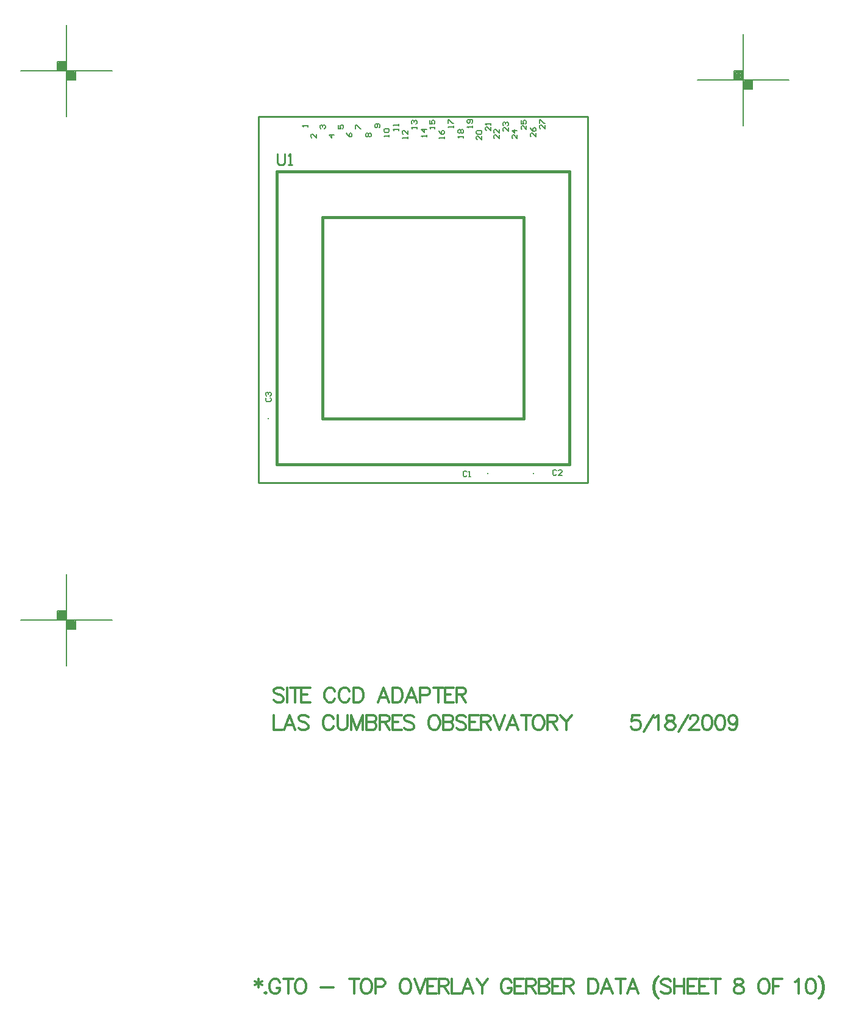
<source format=gto>
%FSLAX23Y23*%
%MOIN*%
G70*
G01*
G75*
G04 Layer_Color=65535*
%ADD10R,0.050X0.050*%
%ADD11R,0.050X0.050*%
%ADD12C,0.006*%
%ADD13C,0.012*%
%ADD14C,0.010*%
%ADD15C,0.008*%
%ADD16C,0.012*%
%ADD17C,0.012*%
%ADD18O,0.024X0.050*%
%ADD19C,0.075*%
%ADD20R,0.075X0.075*%
%ADD21C,0.050*%
%ADD22C,0.040*%
%ADD23C,0.054*%
G04:AMPARAMS|DCode=24|XSize=74mil|YSize=74mil|CornerRadius=0mil|HoleSize=0mil|Usage=FLASHONLY|Rotation=0.000|XOffset=0mil|YOffset=0mil|HoleType=Round|Shape=Relief|Width=10mil|Gap=10mil|Entries=4|*
%AMTHD24*
7,0,0,0.074,0.054,0.010,45*
%
%ADD24THD24*%
%ADD25C,0.086*%
G04:AMPARAMS|DCode=26|XSize=106mil|YSize=106mil|CornerRadius=0mil|HoleSize=0mil|Usage=FLASHONLY|Rotation=0.000|XOffset=0mil|YOffset=0mil|HoleType=Round|Shape=Relief|Width=10mil|Gap=10mil|Entries=4|*
%AMTHD26*
7,0,0,0.106,0.086,0.010,45*
%
%ADD26THD26*%
G04:AMPARAMS|DCode=27|XSize=85mil|YSize=85mil|CornerRadius=0mil|HoleSize=0mil|Usage=FLASHONLY|Rotation=0.000|XOffset=0mil|YOffset=0mil|HoleType=Round|Shape=Relief|Width=10mil|Gap=10mil|Entries=4|*
%AMTHD27*
7,0,0,0.085,0.065,0.010,45*
%
%ADD27THD27*%
%ADD28C,0.010*%
%ADD29C,0.015*%
%ADD30C,0.005*%
D13*
X13231Y8963D02*
Y8917D01*
X13212Y8951D02*
X13250Y8929D01*
Y8951D02*
X13212Y8929D01*
X13270Y8890D02*
X13266Y8887D01*
X13270Y8883D01*
X13274Y8887D01*
X13270Y8890D01*
X13349Y8944D02*
X13345Y8951D01*
X13337Y8959D01*
X13330Y8963D01*
X13314D01*
X13307Y8959D01*
X13299Y8951D01*
X13295Y8944D01*
X13292Y8932D01*
Y8913D01*
X13295Y8902D01*
X13299Y8894D01*
X13307Y8887D01*
X13314Y8883D01*
X13330D01*
X13337Y8887D01*
X13345Y8894D01*
X13349Y8902D01*
Y8913D01*
X13330D02*
X13349D01*
X13394Y8963D02*
Y8883D01*
X13367Y8963D02*
X13420D01*
X13453D02*
X13445Y8959D01*
X13437Y8951D01*
X13434Y8944D01*
X13430Y8932D01*
Y8913D01*
X13434Y8902D01*
X13437Y8894D01*
X13445Y8887D01*
X13453Y8883D01*
X13468D01*
X13476Y8887D01*
X13483Y8894D01*
X13487Y8902D01*
X13491Y8913D01*
Y8932D01*
X13487Y8944D01*
X13483Y8951D01*
X13476Y8959D01*
X13468Y8963D01*
X13453D01*
X13572Y8917D02*
X13641D01*
X13754Y8963D02*
Y8883D01*
X13727Y8963D02*
X13781D01*
X13813D02*
X13805Y8959D01*
X13798Y8951D01*
X13794Y8944D01*
X13790Y8932D01*
Y8913D01*
X13794Y8902D01*
X13798Y8894D01*
X13805Y8887D01*
X13813Y8883D01*
X13828D01*
X13836Y8887D01*
X13843Y8894D01*
X13847Y8902D01*
X13851Y8913D01*
Y8932D01*
X13847Y8944D01*
X13843Y8951D01*
X13836Y8959D01*
X13828Y8963D01*
X13813D01*
X13870Y8921D02*
X13904D01*
X13915Y8925D01*
X13919Y8929D01*
X13923Y8936D01*
Y8948D01*
X13919Y8955D01*
X13915Y8959D01*
X13904Y8963D01*
X13870D01*
Y8883D01*
X14027Y8963D02*
X14019Y8959D01*
X14011Y8951D01*
X14008Y8944D01*
X14004Y8932D01*
Y8913D01*
X14008Y8902D01*
X14011Y8894D01*
X14019Y8887D01*
X14027Y8883D01*
X14042D01*
X14050Y8887D01*
X14057Y8894D01*
X14061Y8902D01*
X14065Y8913D01*
Y8932D01*
X14061Y8944D01*
X14057Y8951D01*
X14050Y8959D01*
X14042Y8963D01*
X14027D01*
X14083D02*
X14114Y8883D01*
X14144Y8963D02*
X14114Y8883D01*
X14204Y8963D02*
X14155D01*
Y8883D01*
X14204D01*
X14155Y8925D02*
X14185D01*
X14217Y8963D02*
Y8883D01*
Y8963D02*
X14252D01*
X14263Y8959D01*
X14267Y8955D01*
X14271Y8948D01*
Y8940D01*
X14267Y8932D01*
X14263Y8929D01*
X14252Y8925D01*
X14217D01*
X14244D02*
X14271Y8883D01*
X14289Y8963D02*
Y8883D01*
X14334D01*
X14404D02*
X14374Y8963D01*
X14343Y8883D01*
X14355Y8910D02*
X14393D01*
X14423Y8963D02*
X14453Y8925D01*
Y8883D01*
X14484Y8963D02*
X14453Y8925D01*
X14614Y8944D02*
X14610Y8951D01*
X14603Y8959D01*
X14595Y8963D01*
X14580D01*
X14572Y8959D01*
X14564Y8951D01*
X14561Y8944D01*
X14557Y8932D01*
Y8913D01*
X14561Y8902D01*
X14564Y8894D01*
X14572Y8887D01*
X14580Y8883D01*
X14595D01*
X14603Y8887D01*
X14610Y8894D01*
X14614Y8902D01*
Y8913D01*
X14595D02*
X14614D01*
X14682Y8963D02*
X14632D01*
Y8883D01*
X14682D01*
X14632Y8925D02*
X14663D01*
X14695Y8963D02*
Y8883D01*
Y8963D02*
X14729D01*
X14741Y8959D01*
X14745Y8955D01*
X14748Y8948D01*
Y8940D01*
X14745Y8932D01*
X14741Y8929D01*
X14729Y8925D01*
X14695D01*
X14722D02*
X14748Y8883D01*
X14766Y8963D02*
Y8883D01*
Y8963D02*
X14801D01*
X14812Y8959D01*
X14816Y8955D01*
X14820Y8948D01*
Y8940D01*
X14816Y8932D01*
X14812Y8929D01*
X14801Y8925D01*
X14766D02*
X14801D01*
X14812Y8921D01*
X14816Y8917D01*
X14820Y8910D01*
Y8898D01*
X14816Y8890D01*
X14812Y8887D01*
X14801Y8883D01*
X14766D01*
X14887Y8963D02*
X14838D01*
Y8883D01*
X14887D01*
X14838Y8925D02*
X14868D01*
X14900Y8963D02*
Y8883D01*
Y8963D02*
X14935D01*
X14946Y8959D01*
X14950Y8955D01*
X14954Y8948D01*
Y8940D01*
X14950Y8932D01*
X14946Y8929D01*
X14935Y8925D01*
X14900D01*
X14927D02*
X14954Y8883D01*
X15034Y8963D02*
Y8883D01*
Y8963D02*
X15061D01*
X15073Y8959D01*
X15080Y8951D01*
X15084Y8944D01*
X15088Y8932D01*
Y8913D01*
X15084Y8902D01*
X15080Y8894D01*
X15073Y8887D01*
X15061Y8883D01*
X15034D01*
X15167D02*
X15136Y8963D01*
X15106Y8883D01*
X15117Y8910D02*
X15155D01*
X15212Y8963D02*
Y8883D01*
X15185Y8963D02*
X15239D01*
X15309Y8883D02*
X15279Y8963D01*
X15248Y8883D01*
X15260Y8910D02*
X15298D01*
X15417Y8978D02*
X15410Y8970D01*
X15402Y8959D01*
X15394Y8944D01*
X15391Y8925D01*
Y8910D01*
X15394Y8890D01*
X15402Y8875D01*
X15410Y8864D01*
X15417Y8856D01*
X15410Y8970D02*
X15402Y8955D01*
X15398Y8944D01*
X15394Y8925D01*
Y8910D01*
X15398Y8890D01*
X15402Y8879D01*
X15410Y8864D01*
X15486Y8951D02*
X15478Y8959D01*
X15467Y8963D01*
X15452D01*
X15440Y8959D01*
X15432Y8951D01*
Y8944D01*
X15436Y8936D01*
X15440Y8932D01*
X15448Y8929D01*
X15471Y8921D01*
X15478Y8917D01*
X15482Y8913D01*
X15486Y8906D01*
Y8894D01*
X15478Y8887D01*
X15467Y8883D01*
X15452D01*
X15440Y8887D01*
X15432Y8894D01*
X15504Y8963D02*
Y8883D01*
X15557Y8963D02*
Y8883D01*
X15504Y8925D02*
X15557D01*
X15629Y8963D02*
X15579D01*
Y8883D01*
X15629D01*
X15579Y8925D02*
X15610D01*
X15691Y8963D02*
X15642D01*
Y8883D01*
X15691D01*
X15642Y8925D02*
X15672D01*
X15731Y8963D02*
Y8883D01*
X15705Y8963D02*
X15758D01*
X15850D02*
X15838Y8959D01*
X15834Y8951D01*
Y8944D01*
X15838Y8936D01*
X15846Y8932D01*
X15861Y8929D01*
X15872Y8925D01*
X15880Y8917D01*
X15884Y8910D01*
Y8898D01*
X15880Y8890D01*
X15876Y8887D01*
X15865Y8883D01*
X15850D01*
X15838Y8887D01*
X15834Y8890D01*
X15830Y8898D01*
Y8910D01*
X15834Y8917D01*
X15842Y8925D01*
X15853Y8929D01*
X15869Y8932D01*
X15876Y8936D01*
X15880Y8944D01*
Y8951D01*
X15876Y8959D01*
X15865Y8963D01*
X15850D01*
X15987D02*
X15980Y8959D01*
X15972Y8951D01*
X15968Y8944D01*
X15965Y8932D01*
Y8913D01*
X15968Y8902D01*
X15972Y8894D01*
X15980Y8887D01*
X15987Y8883D01*
X16003D01*
X16010Y8887D01*
X16018Y8894D01*
X16022Y8902D01*
X16025Y8913D01*
Y8932D01*
X16022Y8944D01*
X16018Y8951D01*
X16010Y8959D01*
X16003Y8963D01*
X15987D01*
X16044D02*
Y8883D01*
Y8963D02*
X16094D01*
X16044Y8925D02*
X16075D01*
X16166Y8948D02*
X16173Y8951D01*
X16185Y8963D01*
Y8883D01*
X16247Y8963D02*
X16236Y8959D01*
X16228Y8948D01*
X16224Y8929D01*
Y8917D01*
X16228Y8898D01*
X16236Y8887D01*
X16247Y8883D01*
X16255D01*
X16266Y8887D01*
X16274Y8898D01*
X16278Y8917D01*
Y8929D01*
X16274Y8948D01*
X16266Y8959D01*
X16255Y8963D01*
X16247D01*
X16296Y8978D02*
X16303Y8970D01*
X16311Y8959D01*
X16318Y8944D01*
X16322Y8925D01*
Y8910D01*
X16318Y8890D01*
X16311Y8875D01*
X16303Y8864D01*
X16296Y8856D01*
X16303Y8970D02*
X16311Y8955D01*
X16315Y8944D01*
X16318Y8925D01*
Y8910D01*
X16315Y8890D01*
X16311Y8879D01*
X16303Y8864D01*
D14*
X13334Y13470D02*
Y13420D01*
X13344Y13410D01*
X13364D01*
X13374Y13420D01*
Y13470D01*
X13394Y13410D02*
X13414D01*
X13404D01*
Y13470D01*
X13394Y13460D01*
X13231Y11672D02*
X14832D01*
X15031D01*
Y13672D01*
X13231D02*
X15031D01*
X13231Y11672D02*
Y13672D01*
X13582Y12023D02*
X14682D01*
Y13123D01*
X13582D02*
X14682D01*
X13582Y12023D02*
Y13123D01*
D15*
X11932Y13922D02*
X12432D01*
X12182Y13672D02*
Y14172D01*
X12231Y13873D02*
Y13922D01*
X12182Y13873D02*
X12231D01*
X12132Y13922D02*
Y13972D01*
X12182D01*
X12137Y13927D02*
X12177D01*
X12137D02*
Y13967D01*
X12177D01*
Y13927D02*
Y13967D01*
X12142Y13932D02*
X12172D01*
X12142D02*
Y13962D01*
X12172D01*
Y13938D02*
Y13962D01*
X12146Y13938D02*
X12167D01*
X12146D02*
Y13958D01*
X12167D01*
Y13943D02*
Y13958D01*
X12151Y13943D02*
X12161D01*
X12151D02*
Y13953D01*
X12161D01*
Y13943D02*
Y13953D01*
X12151Y13948D02*
X12161D01*
X12186Y13877D02*
X12226D01*
X12186D02*
Y13917D01*
X12226D01*
Y13877D02*
Y13917D01*
X12191Y13882D02*
X12222D01*
X12191D02*
Y13913D01*
X12222D01*
Y13887D02*
Y13913D01*
X12196Y13887D02*
X12217D01*
X12196D02*
Y13908D01*
X12217D01*
Y13892D02*
Y13908D01*
X12201Y13892D02*
X12212D01*
X12201D02*
Y13903D01*
X12212D01*
Y13892D02*
Y13903D01*
X12201Y13898D02*
X12212D01*
X11932Y10922D02*
X12432D01*
X12182Y10672D02*
Y11172D01*
X12231Y10873D02*
Y10922D01*
X12182Y10873D02*
X12231D01*
X12132Y10922D02*
Y10972D01*
X12182D01*
X12137Y10927D02*
X12177D01*
X12137D02*
Y10967D01*
X12177D01*
Y10927D02*
Y10967D01*
X12142Y10932D02*
X12172D01*
X12142D02*
Y10962D01*
X12172D01*
Y10938D02*
Y10962D01*
X12146Y10938D02*
X12167D01*
X12146D02*
Y10958D01*
X12167D01*
Y10943D02*
Y10958D01*
X12151Y10943D02*
X12161D01*
X12151D02*
Y10953D01*
X12161D01*
Y10943D02*
Y10953D01*
X12151Y10948D02*
X12161D01*
X12186Y10877D02*
X12226D01*
X12186D02*
Y10917D01*
X12226D01*
Y10877D02*
Y10917D01*
X12191Y10882D02*
X12222D01*
X12191D02*
Y10913D01*
X12222D01*
Y10887D02*
Y10913D01*
X12196Y10887D02*
X12217D01*
X12196D02*
Y10908D01*
X12217D01*
Y10892D02*
Y10908D01*
X12201Y10892D02*
X12212D01*
X12201D02*
Y10903D01*
X12212D01*
Y10892D02*
Y10903D01*
X12201Y10898D02*
X12212D01*
X15632Y13873D02*
X16132D01*
X15882Y13623D02*
Y14123D01*
X15932Y13823D02*
Y13873D01*
X15882Y13823D02*
X15932D01*
X15832Y13873D02*
Y13922D01*
X15882D01*
X15837Y13877D02*
X15877D01*
X15837D02*
Y13917D01*
X15877D01*
Y13877D02*
Y13917D01*
X15842Y13882D02*
X15872D01*
X15842D02*
Y13913D01*
X15872D01*
Y13887D02*
Y13913D01*
X15847Y13887D02*
X15866D01*
X15847D02*
Y13908D01*
X15866D01*
Y13892D02*
Y13908D01*
X15851Y13892D02*
X15861D01*
X15851D02*
Y13903D01*
X15861D01*
Y13892D02*
Y13903D01*
X15851Y13898D02*
X15861D01*
X15887Y13828D02*
X15927D01*
X15887D02*
Y13868D01*
X15927D01*
Y13828D02*
Y13868D01*
X15892Y13833D02*
X15922D01*
X15892D02*
Y13863D01*
X15922D01*
Y13837D02*
Y13863D01*
X15896Y13837D02*
X15917D01*
X15896D02*
Y13858D01*
X15917D01*
Y13842D02*
Y13858D01*
X15901Y13842D02*
X15911D01*
X15901D02*
Y13852D01*
X15911D01*
Y13842D02*
Y13852D01*
X15901Y13847D02*
X15911D01*
D16*
X13316Y10404D02*
Y10324D01*
X13361D01*
X13431D02*
X13400Y10404D01*
X13370Y10324D01*
X13381Y10351D02*
X13420D01*
X13503Y10393D02*
X13495Y10400D01*
X13484Y10404D01*
X13469D01*
X13457Y10400D01*
X13450Y10393D01*
Y10385D01*
X13453Y10377D01*
X13457Y10374D01*
X13465Y10370D01*
X13488Y10362D01*
X13495Y10358D01*
X13499Y10355D01*
X13503Y10347D01*
Y10335D01*
X13495Y10328D01*
X13484Y10324D01*
X13469D01*
X13457Y10328D01*
X13450Y10335D01*
X13641Y10385D02*
X13637Y10393D01*
X13629Y10400D01*
X13622Y10404D01*
X13607D01*
X13599Y10400D01*
X13591Y10393D01*
X13587Y10385D01*
X13584Y10374D01*
Y10355D01*
X13587Y10343D01*
X13591Y10335D01*
X13599Y10328D01*
X13607Y10324D01*
X13622D01*
X13629Y10328D01*
X13637Y10335D01*
X13641Y10343D01*
X13663Y10404D02*
Y10347D01*
X13667Y10335D01*
X13675Y10328D01*
X13686Y10324D01*
X13694D01*
X13705Y10328D01*
X13713Y10335D01*
X13717Y10347D01*
Y10404D01*
X13739D02*
Y10324D01*
Y10404D02*
X13769Y10324D01*
X13800Y10404D02*
X13769Y10324D01*
X13800Y10404D02*
Y10324D01*
X13822Y10404D02*
Y10324D01*
Y10404D02*
X13857D01*
X13868Y10400D01*
X13872Y10396D01*
X13876Y10389D01*
Y10381D01*
X13872Y10374D01*
X13868Y10370D01*
X13857Y10366D01*
X13822D02*
X13857D01*
X13868Y10362D01*
X13872Y10358D01*
X13876Y10351D01*
Y10339D01*
X13872Y10332D01*
X13868Y10328D01*
X13857Y10324D01*
X13822D01*
X13894Y10404D02*
Y10324D01*
Y10404D02*
X13928D01*
X13939Y10400D01*
X13943Y10396D01*
X13947Y10389D01*
Y10381D01*
X13943Y10374D01*
X13939Y10370D01*
X13928Y10366D01*
X13894D01*
X13920D02*
X13947Y10324D01*
X14014Y10404D02*
X13965D01*
Y10324D01*
X14014D01*
X13965Y10366D02*
X13995D01*
X14081Y10393D02*
X14073Y10400D01*
X14062Y10404D01*
X14047D01*
X14035Y10400D01*
X14028Y10393D01*
Y10385D01*
X14032Y10377D01*
X14035Y10374D01*
X14043Y10370D01*
X14066Y10362D01*
X14073Y10358D01*
X14077Y10355D01*
X14081Y10347D01*
Y10335D01*
X14073Y10328D01*
X14062Y10324D01*
X14047D01*
X14035Y10328D01*
X14028Y10335D01*
X14185Y10404D02*
X14177Y10400D01*
X14169Y10393D01*
X14166Y10385D01*
X14162Y10374D01*
Y10355D01*
X14166Y10343D01*
X14169Y10335D01*
X14177Y10328D01*
X14185Y10324D01*
X14200D01*
X14208Y10328D01*
X14215Y10335D01*
X14219Y10343D01*
X14223Y10355D01*
Y10374D01*
X14219Y10385D01*
X14215Y10393D01*
X14208Y10400D01*
X14200Y10404D01*
X14185D01*
X14241D02*
Y10324D01*
Y10404D02*
X14276D01*
X14287Y10400D01*
X14291Y10396D01*
X14295Y10389D01*
Y10381D01*
X14291Y10374D01*
X14287Y10370D01*
X14276Y10366D01*
X14241D02*
X14276D01*
X14287Y10362D01*
X14291Y10358D01*
X14295Y10351D01*
Y10339D01*
X14291Y10332D01*
X14287Y10328D01*
X14276Y10324D01*
X14241D01*
X14366Y10393D02*
X14358Y10400D01*
X14347Y10404D01*
X14332D01*
X14320Y10400D01*
X14313Y10393D01*
Y10385D01*
X14316Y10377D01*
X14320Y10374D01*
X14328Y10370D01*
X14351Y10362D01*
X14358Y10358D01*
X14362Y10355D01*
X14366Y10347D01*
Y10335D01*
X14358Y10328D01*
X14347Y10324D01*
X14332D01*
X14320Y10328D01*
X14313Y10335D01*
X14433Y10404D02*
X14384D01*
Y10324D01*
X14433D01*
X14384Y10366D02*
X14414D01*
X14447Y10404D02*
Y10324D01*
Y10404D02*
X14481D01*
X14492Y10400D01*
X14496Y10396D01*
X14500Y10389D01*
Y10381D01*
X14496Y10374D01*
X14492Y10370D01*
X14481Y10366D01*
X14447D01*
X14473D02*
X14500Y10324D01*
X14518Y10404D02*
X14548Y10324D01*
X14579Y10404D02*
X14548Y10324D01*
X14650D02*
X14620Y10404D01*
X14589Y10324D01*
X14601Y10351D02*
X14639D01*
X14695Y10404D02*
Y10324D01*
X14669Y10404D02*
X14722D01*
X14754D02*
X14747Y10400D01*
X14739Y10393D01*
X14735Y10385D01*
X14732Y10374D01*
Y10355D01*
X14735Y10343D01*
X14739Y10335D01*
X14747Y10328D01*
X14754Y10324D01*
X14770D01*
X14777Y10328D01*
X14785Y10335D01*
X14789Y10343D01*
X14793Y10355D01*
Y10374D01*
X14789Y10385D01*
X14785Y10393D01*
X14777Y10400D01*
X14770Y10404D01*
X14754D01*
X14811D02*
Y10324D01*
Y10404D02*
X14845D01*
X14857Y10400D01*
X14861Y10396D01*
X14865Y10389D01*
Y10381D01*
X14861Y10374D01*
X14857Y10370D01*
X14845Y10366D01*
X14811D01*
X14838D02*
X14865Y10324D01*
X14882Y10404D02*
X14913Y10366D01*
Y10324D01*
X14943Y10404D02*
X14913Y10366D01*
X15314Y10404D02*
X15275D01*
X15272Y10370D01*
X15275Y10374D01*
X15287Y10377D01*
X15298D01*
X15310Y10374D01*
X15317Y10366D01*
X15321Y10355D01*
Y10347D01*
X15317Y10335D01*
X15310Y10328D01*
X15298Y10324D01*
X15287D01*
X15275Y10328D01*
X15272Y10332D01*
X15268Y10339D01*
X15339Y10313D02*
X15392Y10404D01*
X15398Y10389D02*
X15405Y10393D01*
X15417Y10404D01*
Y10324D01*
X15475Y10404D02*
X15464Y10400D01*
X15460Y10393D01*
Y10385D01*
X15464Y10377D01*
X15472Y10374D01*
X15487Y10370D01*
X15498Y10366D01*
X15506Y10358D01*
X15510Y10351D01*
Y10339D01*
X15506Y10332D01*
X15502Y10328D01*
X15491Y10324D01*
X15475D01*
X15464Y10328D01*
X15460Y10332D01*
X15456Y10339D01*
Y10351D01*
X15460Y10358D01*
X15468Y10366D01*
X15479Y10370D01*
X15494Y10374D01*
X15502Y10377D01*
X15506Y10385D01*
Y10393D01*
X15502Y10400D01*
X15491Y10404D01*
X15475D01*
X15528Y10313D02*
X15581Y10404D01*
X15590Y10385D02*
Y10389D01*
X15594Y10396D01*
X15598Y10400D01*
X15605Y10404D01*
X15621D01*
X15628Y10400D01*
X15632Y10396D01*
X15636Y10389D01*
Y10381D01*
X15632Y10374D01*
X15624Y10362D01*
X15586Y10324D01*
X15640D01*
X15680Y10404D02*
X15669Y10400D01*
X15661Y10389D01*
X15658Y10370D01*
Y10358D01*
X15661Y10339D01*
X15669Y10328D01*
X15680Y10324D01*
X15688D01*
X15699Y10328D01*
X15707Y10339D01*
X15711Y10358D01*
Y10370D01*
X15707Y10389D01*
X15699Y10400D01*
X15688Y10404D01*
X15680D01*
X15752D02*
X15740Y10400D01*
X15733Y10389D01*
X15729Y10370D01*
Y10358D01*
X15733Y10339D01*
X15740Y10328D01*
X15752Y10324D01*
X15759D01*
X15771Y10328D01*
X15778Y10339D01*
X15782Y10358D01*
Y10370D01*
X15778Y10389D01*
X15771Y10400D01*
X15759Y10404D01*
X15752D01*
X15849Y10377D02*
X15846Y10366D01*
X15838Y10358D01*
X15827Y10355D01*
X15823D01*
X15811Y10358D01*
X15804Y10366D01*
X15800Y10377D01*
Y10381D01*
X15804Y10393D01*
X15811Y10400D01*
X15823Y10404D01*
X15827D01*
X15838Y10400D01*
X15846Y10393D01*
X15849Y10377D01*
Y10358D01*
X15846Y10339D01*
X15838Y10328D01*
X15827Y10324D01*
X15819D01*
X15808Y10328D01*
X15804Y10335D01*
D17*
X13369Y10543D02*
X13361Y10550D01*
X13350Y10554D01*
X13335D01*
X13323Y10550D01*
X13316Y10543D01*
Y10535D01*
X13319Y10527D01*
X13323Y10524D01*
X13331Y10520D01*
X13354Y10512D01*
X13361Y10508D01*
X13365Y10505D01*
X13369Y10497D01*
Y10486D01*
X13361Y10478D01*
X13350Y10474D01*
X13335D01*
X13323Y10478D01*
X13316Y10486D01*
X13387Y10554D02*
Y10474D01*
X13430Y10554D02*
Y10474D01*
X13404Y10554D02*
X13457D01*
X13516D02*
X13466D01*
Y10474D01*
X13516D01*
X13466Y10516D02*
X13497D01*
X13649Y10535D02*
X13645Y10543D01*
X13638Y10550D01*
X13630Y10554D01*
X13615D01*
X13607Y10550D01*
X13600Y10543D01*
X13596Y10535D01*
X13592Y10524D01*
Y10505D01*
X13596Y10493D01*
X13600Y10486D01*
X13607Y10478D01*
X13615Y10474D01*
X13630D01*
X13638Y10478D01*
X13645Y10486D01*
X13649Y10493D01*
X13729Y10535D02*
X13725Y10543D01*
X13717Y10550D01*
X13710Y10554D01*
X13694D01*
X13687Y10550D01*
X13679Y10543D01*
X13675Y10535D01*
X13672Y10524D01*
Y10505D01*
X13675Y10493D01*
X13679Y10486D01*
X13687Y10478D01*
X13694Y10474D01*
X13710D01*
X13717Y10478D01*
X13725Y10486D01*
X13729Y10493D01*
X13751Y10554D02*
Y10474D01*
Y10554D02*
X13778D01*
X13789Y10550D01*
X13797Y10543D01*
X13801Y10535D01*
X13805Y10524D01*
Y10505D01*
X13801Y10493D01*
X13797Y10486D01*
X13789Y10478D01*
X13778Y10474D01*
X13751D01*
X13946D02*
X13916Y10554D01*
X13885Y10474D01*
X13897Y10501D02*
X13935D01*
X13965Y10554D02*
Y10474D01*
Y10554D02*
X13992D01*
X14003Y10550D01*
X14011Y10543D01*
X14014Y10535D01*
X14018Y10524D01*
Y10505D01*
X14014Y10493D01*
X14011Y10486D01*
X14003Y10478D01*
X13992Y10474D01*
X13965D01*
X14097D02*
X14067Y10554D01*
X14036Y10474D01*
X14048Y10501D02*
X14086D01*
X14116Y10512D02*
X14150D01*
X14161Y10516D01*
X14165Y10520D01*
X14169Y10527D01*
Y10539D01*
X14165Y10546D01*
X14161Y10550D01*
X14150Y10554D01*
X14116D01*
Y10474D01*
X14214Y10554D02*
Y10474D01*
X14187Y10554D02*
X14240D01*
X14299D02*
X14250D01*
Y10474D01*
X14299D01*
X14250Y10516D02*
X14280D01*
X14313Y10554D02*
Y10474D01*
Y10554D02*
X14347D01*
X14358Y10550D01*
X14362Y10546D01*
X14366Y10539D01*
Y10531D01*
X14362Y10524D01*
X14358Y10520D01*
X14347Y10516D01*
X14313D01*
X14339D02*
X14366Y10474D01*
D28*
X13283Y12023D02*
D03*
X14733Y11722D02*
D03*
X14483D02*
D03*
D29*
X13582Y12023D02*
Y13123D01*
Y12023D02*
X14682D01*
Y13123D01*
X13582D02*
X14682D01*
X13332Y11773D02*
X14932D01*
Y13373D01*
X13332D02*
X14932D01*
X13332Y11773D02*
Y13373D01*
D30*
X14797Y13627D02*
Y13608D01*
X14777Y13627D01*
X14772D01*
X14767Y13622D01*
Y13612D01*
X14772Y13608D01*
X14767Y13637D02*
Y13657D01*
X14772D01*
X14792Y13637D01*
X14797D01*
X14747Y13582D02*
Y13562D01*
X14727Y13582D01*
X14722D01*
X14717Y13577D01*
Y13567D01*
X14722Y13562D01*
X14717Y13612D02*
X14722Y13602D01*
X14732Y13592D01*
X14742D01*
X14747Y13597D01*
Y13607D01*
X14742Y13612D01*
X14737D01*
X14732Y13607D01*
Y13592D01*
X14696Y13622D02*
Y13602D01*
X14677Y13622D01*
X14672D01*
X14667Y13617D01*
Y13607D01*
X14672Y13602D01*
X14667Y13652D02*
Y13632D01*
X14682D01*
X14677Y13642D01*
Y13647D01*
X14682Y13652D01*
X14692D01*
X14696Y13647D01*
Y13637D01*
X14692Y13632D01*
X14646Y13572D02*
Y13552D01*
X14627Y13572D01*
X14622D01*
X14617Y13567D01*
Y13557D01*
X14622Y13552D01*
X14646Y13597D02*
X14617D01*
X14632Y13582D01*
Y13602D01*
X14597Y13612D02*
Y13592D01*
X14577Y13612D01*
X14572D01*
X14567Y13607D01*
Y13597D01*
X14572Y13592D01*
Y13622D02*
X14567Y13627D01*
Y13637D01*
X14572Y13642D01*
X14577D01*
X14582Y13637D01*
Y13632D01*
Y13637D01*
X14587Y13642D01*
X14592D01*
X14597Y13637D01*
Y13627D01*
X14592Y13622D01*
X14547Y13572D02*
Y13552D01*
X14527Y13572D01*
X14522D01*
X14517Y13567D01*
Y13557D01*
X14522Y13552D01*
X14547Y13602D02*
Y13582D01*
X14527Y13602D01*
X14522D01*
X14517Y13597D01*
Y13587D01*
X14522Y13582D01*
X14502Y13617D02*
Y13597D01*
X14482Y13617D01*
X14477D01*
X14472Y13612D01*
Y13602D01*
X14477Y13597D01*
X14502Y13627D02*
Y13637D01*
Y13632D01*
X14472D01*
X14477Y13627D01*
X14451Y13567D02*
Y13547D01*
X14432Y13567D01*
X14427D01*
X14422Y13562D01*
Y13552D01*
X14427Y13547D01*
Y13577D02*
X14422Y13582D01*
Y13592D01*
X14427Y13597D01*
X14447D01*
X14451Y13592D01*
Y13582D01*
X14447Y13577D01*
X14427D01*
X14401Y13613D02*
Y13622D01*
Y13617D01*
X14372D01*
X14377Y13613D01*
X14397Y13637D02*
X14401Y13642D01*
Y13652D01*
X14397Y13657D01*
X14377D01*
X14372Y13652D01*
Y13642D01*
X14377Y13637D01*
X14382D01*
X14387Y13642D01*
Y13657D01*
X14351Y13557D02*
Y13567D01*
Y13562D01*
X14322D01*
X14327Y13557D01*
Y13582D02*
X14322Y13587D01*
Y13597D01*
X14327Y13602D01*
X14332D01*
X14337Y13597D01*
X14342Y13602D01*
X14347D01*
X14351Y13597D01*
Y13587D01*
X14347Y13582D01*
X14342D01*
X14337Y13587D01*
X14332Y13582D01*
X14327D01*
X14337Y13587D02*
Y13597D01*
X14297Y13613D02*
Y13622D01*
Y13617D01*
X14267D01*
X14272Y13613D01*
X14267Y13637D02*
Y13657D01*
X14272D01*
X14292Y13637D01*
X14297D01*
X14247Y13552D02*
Y13562D01*
Y13557D01*
X14217D01*
X14222Y13552D01*
X14217Y13597D02*
X14222Y13587D01*
X14232Y13577D01*
X14242D01*
X14247Y13582D01*
Y13592D01*
X14242Y13597D01*
X14237D01*
X14232Y13592D01*
Y13577D01*
X14196Y13608D02*
Y13617D01*
Y13612D01*
X14167D01*
X14172Y13608D01*
X14167Y13652D02*
Y13632D01*
X14182D01*
X14177Y13642D01*
Y13647D01*
X14182Y13652D01*
X14192D01*
X14196Y13647D01*
Y13637D01*
X14192Y13632D01*
X14151Y13562D02*
Y13572D01*
Y13567D01*
X14122D01*
X14127Y13562D01*
X14151Y13602D02*
X14122D01*
X14137Y13587D01*
Y13607D01*
X14097Y13608D02*
Y13617D01*
Y13612D01*
X14067D01*
X14072Y13608D01*
Y13632D02*
X14067Y13637D01*
Y13647D01*
X14072Y13652D01*
X14077D01*
X14082Y13647D01*
Y13642D01*
Y13647D01*
X14087Y13652D01*
X14092D01*
X14097Y13647D01*
Y13637D01*
X14092Y13632D01*
X14047Y13552D02*
Y13562D01*
Y13557D01*
X14017D01*
X14022Y13552D01*
X14047Y13597D02*
Y13577D01*
X14027Y13597D01*
X14022D01*
X14017Y13592D01*
Y13582D01*
X14022Y13577D01*
X13997Y13597D02*
Y13607D01*
Y13602D01*
X13967D01*
X13972Y13597D01*
X13997Y13622D02*
Y13632D01*
Y13627D01*
X13967D01*
X13972Y13622D01*
X13946Y13562D02*
Y13572D01*
Y13567D01*
X13917D01*
X13922Y13562D01*
Y13587D02*
X13917Y13592D01*
Y13602D01*
X13922Y13607D01*
X13942D01*
X13946Y13602D01*
Y13592D01*
X13942Y13587D01*
X13922D01*
X13892Y13613D02*
X13896Y13617D01*
Y13627D01*
X13892Y13632D01*
X13872D01*
X13867Y13627D01*
Y13617D01*
X13872Y13613D01*
X13877D01*
X13882Y13617D01*
Y13632D01*
X13822Y13562D02*
X13817Y13567D01*
Y13577D01*
X13822Y13582D01*
X13827D01*
X13832Y13577D01*
X13837Y13582D01*
X13842D01*
X13847Y13577D01*
Y13567D01*
X13842Y13562D01*
X13837D01*
X13832Y13567D01*
X13827Y13562D01*
X13822D01*
X13832Y13567D02*
Y13577D01*
X13762Y13608D02*
Y13627D01*
X13767D01*
X13787Y13608D01*
X13792D01*
X13712Y13582D02*
X13717Y13572D01*
X13727Y13562D01*
X13737D01*
X13741Y13567D01*
Y13577D01*
X13737Y13582D01*
X13732D01*
X13727Y13577D01*
Y13562D01*
X13667Y13627D02*
Y13608D01*
X13682D01*
X13677Y13617D01*
Y13622D01*
X13682Y13627D01*
X13692D01*
X13696Y13622D01*
Y13612D01*
X13692Y13608D01*
X13646Y13572D02*
X13617D01*
X13632Y13557D01*
Y13577D01*
X13572Y13608D02*
X13567Y13612D01*
Y13622D01*
X13572Y13627D01*
X13577D01*
X13582Y13622D01*
Y13617D01*
Y13622D01*
X13587Y13627D01*
X13592D01*
X13597Y13622D01*
Y13612D01*
X13592Y13608D01*
X13547Y13577D02*
Y13557D01*
X13527Y13577D01*
X13522D01*
X13517Y13572D01*
Y13562D01*
X13522Y13557D01*
X13502Y13618D02*
Y13627D01*
Y13622D01*
X13472D01*
X13477Y13618D01*
X14371Y11732D02*
X14366Y11737D01*
X14356D01*
X14351Y11732D01*
Y11712D01*
X14356Y11708D01*
X14366D01*
X14371Y11712D01*
X14381Y11708D02*
X14391D01*
X14386D01*
Y11737D01*
X14381Y11732D01*
X14861Y11739D02*
X14856Y11744D01*
X14846D01*
X14842Y11739D01*
Y11719D01*
X14846Y11715D01*
X14856D01*
X14861Y11719D01*
X14891Y11715D02*
X14871D01*
X14891Y11734D01*
Y11739D01*
X14886Y11744D01*
X14876D01*
X14871Y11739D01*
X13275Y12137D02*
X13270Y12132D01*
Y12122D01*
X13275Y12118D01*
X13295D01*
X13300Y12122D01*
Y12132D01*
X13295Y12137D01*
X13275Y12147D02*
X13270Y12152D01*
Y12162D01*
X13275Y12167D01*
X13280D01*
X13285Y12162D01*
Y12157D01*
Y12162D01*
X13290Y12167D01*
X13295D01*
X13300Y12162D01*
Y12152D01*
X13295Y12147D01*
M02*

</source>
